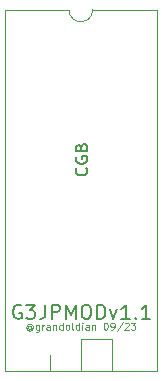
<source format=gbr>
%TF.GenerationSoftware,KiCad,Pcbnew,7.0.7*%
%TF.CreationDate,2023-09-17T10:26:07+01:00*%
%TF.ProjectId,TRSG3JPMod,54525347-334a-4504-9d6f-642e6b696361,rev?*%
%TF.SameCoordinates,Original*%
%TF.FileFunction,Legend,Top*%
%TF.FilePolarity,Positive*%
%FSLAX46Y46*%
G04 Gerber Fmt 4.6, Leading zero omitted, Abs format (unit mm)*
G04 Created by KiCad (PCBNEW 7.0.7) date 2023-09-17 10:26:07*
%MOMM*%
%LPD*%
G01*
G04 APERTURE LIST*
%ADD10C,0.200000*%
%ADD11C,0.100000*%
%ADD12C,0.150000*%
%ADD13C,0.120000*%
G04 APERTURE END LIST*
D10*
X110520863Y-80424885D02*
X110406578Y-80367742D01*
X110406578Y-80367742D02*
X110235149Y-80367742D01*
X110235149Y-80367742D02*
X110063720Y-80424885D01*
X110063720Y-80424885D02*
X109949435Y-80539171D01*
X109949435Y-80539171D02*
X109892292Y-80653457D01*
X109892292Y-80653457D02*
X109835149Y-80882028D01*
X109835149Y-80882028D02*
X109835149Y-81053457D01*
X109835149Y-81053457D02*
X109892292Y-81282028D01*
X109892292Y-81282028D02*
X109949435Y-81396314D01*
X109949435Y-81396314D02*
X110063720Y-81510600D01*
X110063720Y-81510600D02*
X110235149Y-81567742D01*
X110235149Y-81567742D02*
X110349435Y-81567742D01*
X110349435Y-81567742D02*
X110520863Y-81510600D01*
X110520863Y-81510600D02*
X110578006Y-81453457D01*
X110578006Y-81453457D02*
X110578006Y-81053457D01*
X110578006Y-81053457D02*
X110349435Y-81053457D01*
X110978006Y-80367742D02*
X111720863Y-80367742D01*
X111720863Y-80367742D02*
X111320863Y-80824885D01*
X111320863Y-80824885D02*
X111492292Y-80824885D01*
X111492292Y-80824885D02*
X111606578Y-80882028D01*
X111606578Y-80882028D02*
X111663720Y-80939171D01*
X111663720Y-80939171D02*
X111720863Y-81053457D01*
X111720863Y-81053457D02*
X111720863Y-81339171D01*
X111720863Y-81339171D02*
X111663720Y-81453457D01*
X111663720Y-81453457D02*
X111606578Y-81510600D01*
X111606578Y-81510600D02*
X111492292Y-81567742D01*
X111492292Y-81567742D02*
X111149435Y-81567742D01*
X111149435Y-81567742D02*
X111035149Y-81510600D01*
X111035149Y-81510600D02*
X110978006Y-81453457D01*
X112578006Y-80367742D02*
X112578006Y-81224885D01*
X112578006Y-81224885D02*
X112520863Y-81396314D01*
X112520863Y-81396314D02*
X112406577Y-81510600D01*
X112406577Y-81510600D02*
X112235149Y-81567742D01*
X112235149Y-81567742D02*
X112120863Y-81567742D01*
X113149435Y-81567742D02*
X113149435Y-80367742D01*
X113149435Y-80367742D02*
X113606578Y-80367742D01*
X113606578Y-80367742D02*
X113720863Y-80424885D01*
X113720863Y-80424885D02*
X113778006Y-80482028D01*
X113778006Y-80482028D02*
X113835149Y-80596314D01*
X113835149Y-80596314D02*
X113835149Y-80767742D01*
X113835149Y-80767742D02*
X113778006Y-80882028D01*
X113778006Y-80882028D02*
X113720863Y-80939171D01*
X113720863Y-80939171D02*
X113606578Y-80996314D01*
X113606578Y-80996314D02*
X113149435Y-80996314D01*
X114349435Y-81567742D02*
X114349435Y-80367742D01*
X114349435Y-80367742D02*
X114749435Y-81224885D01*
X114749435Y-81224885D02*
X115149435Y-80367742D01*
X115149435Y-80367742D02*
X115149435Y-81567742D01*
X115949435Y-80367742D02*
X116178007Y-80367742D01*
X116178007Y-80367742D02*
X116292292Y-80424885D01*
X116292292Y-80424885D02*
X116406578Y-80539171D01*
X116406578Y-80539171D02*
X116463721Y-80767742D01*
X116463721Y-80767742D02*
X116463721Y-81167742D01*
X116463721Y-81167742D02*
X116406578Y-81396314D01*
X116406578Y-81396314D02*
X116292292Y-81510600D01*
X116292292Y-81510600D02*
X116178007Y-81567742D01*
X116178007Y-81567742D02*
X115949435Y-81567742D01*
X115949435Y-81567742D02*
X115835150Y-81510600D01*
X115835150Y-81510600D02*
X115720864Y-81396314D01*
X115720864Y-81396314D02*
X115663721Y-81167742D01*
X115663721Y-81167742D02*
X115663721Y-80767742D01*
X115663721Y-80767742D02*
X115720864Y-80539171D01*
X115720864Y-80539171D02*
X115835150Y-80424885D01*
X115835150Y-80424885D02*
X115949435Y-80367742D01*
X116978007Y-81567742D02*
X116978007Y-80367742D01*
X116978007Y-80367742D02*
X117263721Y-80367742D01*
X117263721Y-80367742D02*
X117435150Y-80424885D01*
X117435150Y-80424885D02*
X117549435Y-80539171D01*
X117549435Y-80539171D02*
X117606578Y-80653457D01*
X117606578Y-80653457D02*
X117663721Y-80882028D01*
X117663721Y-80882028D02*
X117663721Y-81053457D01*
X117663721Y-81053457D02*
X117606578Y-81282028D01*
X117606578Y-81282028D02*
X117549435Y-81396314D01*
X117549435Y-81396314D02*
X117435150Y-81510600D01*
X117435150Y-81510600D02*
X117263721Y-81567742D01*
X117263721Y-81567742D02*
X116978007Y-81567742D01*
X118063721Y-80767742D02*
X118349435Y-81567742D01*
X118349435Y-81567742D02*
X118635150Y-80767742D01*
X119720864Y-81567742D02*
X119035150Y-81567742D01*
X119378007Y-81567742D02*
X119378007Y-80367742D01*
X119378007Y-80367742D02*
X119263721Y-80539171D01*
X119263721Y-80539171D02*
X119149436Y-80653457D01*
X119149436Y-80653457D02*
X119035150Y-80710600D01*
X120235150Y-81453457D02*
X120292293Y-81510600D01*
X120292293Y-81510600D02*
X120235150Y-81567742D01*
X120235150Y-81567742D02*
X120178007Y-81510600D01*
X120178007Y-81510600D02*
X120235150Y-81453457D01*
X120235150Y-81453457D02*
X120235150Y-81567742D01*
X121435150Y-81567742D02*
X120749436Y-81567742D01*
X121092293Y-81567742D02*
X121092293Y-80367742D01*
X121092293Y-80367742D02*
X120978007Y-80539171D01*
X120978007Y-80539171D02*
X120863722Y-80653457D01*
X120863722Y-80653457D02*
X120749436Y-80710600D01*
D11*
X111385713Y-82185657D02*
X111357142Y-82157085D01*
X111357142Y-82157085D02*
X111299999Y-82128514D01*
X111299999Y-82128514D02*
X111242856Y-82128514D01*
X111242856Y-82128514D02*
X111185713Y-82157085D01*
X111185713Y-82157085D02*
X111157142Y-82185657D01*
X111157142Y-82185657D02*
X111128570Y-82242800D01*
X111128570Y-82242800D02*
X111128570Y-82299942D01*
X111128570Y-82299942D02*
X111157142Y-82357085D01*
X111157142Y-82357085D02*
X111185713Y-82385657D01*
X111185713Y-82385657D02*
X111242856Y-82414228D01*
X111242856Y-82414228D02*
X111299999Y-82414228D01*
X111299999Y-82414228D02*
X111357142Y-82385657D01*
X111357142Y-82385657D02*
X111385713Y-82357085D01*
X111385713Y-82128514D02*
X111385713Y-82357085D01*
X111385713Y-82357085D02*
X111414285Y-82385657D01*
X111414285Y-82385657D02*
X111442856Y-82385657D01*
X111442856Y-82385657D02*
X111499999Y-82357085D01*
X111499999Y-82357085D02*
X111528570Y-82299942D01*
X111528570Y-82299942D02*
X111528570Y-82157085D01*
X111528570Y-82157085D02*
X111471428Y-82071371D01*
X111471428Y-82071371D02*
X111385713Y-82014228D01*
X111385713Y-82014228D02*
X111271428Y-81985657D01*
X111271428Y-81985657D02*
X111157142Y-82014228D01*
X111157142Y-82014228D02*
X111071428Y-82071371D01*
X111071428Y-82071371D02*
X111014285Y-82157085D01*
X111014285Y-82157085D02*
X110985713Y-82271371D01*
X110985713Y-82271371D02*
X111014285Y-82385657D01*
X111014285Y-82385657D02*
X111071428Y-82471371D01*
X111071428Y-82471371D02*
X111157142Y-82528514D01*
X111157142Y-82528514D02*
X111271428Y-82557085D01*
X111271428Y-82557085D02*
X111385713Y-82528514D01*
X111385713Y-82528514D02*
X111471428Y-82471371D01*
X112042857Y-82071371D02*
X112042857Y-82557085D01*
X112042857Y-82557085D02*
X112014285Y-82614228D01*
X112014285Y-82614228D02*
X111985714Y-82642800D01*
X111985714Y-82642800D02*
X111928571Y-82671371D01*
X111928571Y-82671371D02*
X111842857Y-82671371D01*
X111842857Y-82671371D02*
X111785714Y-82642800D01*
X112042857Y-82442800D02*
X111985714Y-82471371D01*
X111985714Y-82471371D02*
X111871428Y-82471371D01*
X111871428Y-82471371D02*
X111814285Y-82442800D01*
X111814285Y-82442800D02*
X111785714Y-82414228D01*
X111785714Y-82414228D02*
X111757142Y-82357085D01*
X111757142Y-82357085D02*
X111757142Y-82185657D01*
X111757142Y-82185657D02*
X111785714Y-82128514D01*
X111785714Y-82128514D02*
X111814285Y-82099942D01*
X111814285Y-82099942D02*
X111871428Y-82071371D01*
X111871428Y-82071371D02*
X111985714Y-82071371D01*
X111985714Y-82071371D02*
X112042857Y-82099942D01*
X112328571Y-82471371D02*
X112328571Y-82071371D01*
X112328571Y-82185657D02*
X112357142Y-82128514D01*
X112357142Y-82128514D02*
X112385714Y-82099942D01*
X112385714Y-82099942D02*
X112442856Y-82071371D01*
X112442856Y-82071371D02*
X112499999Y-82071371D01*
X112957143Y-82471371D02*
X112957143Y-82157085D01*
X112957143Y-82157085D02*
X112928571Y-82099942D01*
X112928571Y-82099942D02*
X112871428Y-82071371D01*
X112871428Y-82071371D02*
X112757143Y-82071371D01*
X112757143Y-82071371D02*
X112700000Y-82099942D01*
X112957143Y-82442800D02*
X112900000Y-82471371D01*
X112900000Y-82471371D02*
X112757143Y-82471371D01*
X112757143Y-82471371D02*
X112700000Y-82442800D01*
X112700000Y-82442800D02*
X112671428Y-82385657D01*
X112671428Y-82385657D02*
X112671428Y-82328514D01*
X112671428Y-82328514D02*
X112700000Y-82271371D01*
X112700000Y-82271371D02*
X112757143Y-82242800D01*
X112757143Y-82242800D02*
X112900000Y-82242800D01*
X112900000Y-82242800D02*
X112957143Y-82214228D01*
X113242857Y-82071371D02*
X113242857Y-82471371D01*
X113242857Y-82128514D02*
X113271428Y-82099942D01*
X113271428Y-82099942D02*
X113328571Y-82071371D01*
X113328571Y-82071371D02*
X113414285Y-82071371D01*
X113414285Y-82071371D02*
X113471428Y-82099942D01*
X113471428Y-82099942D02*
X113500000Y-82157085D01*
X113500000Y-82157085D02*
X113500000Y-82471371D01*
X114042857Y-82471371D02*
X114042857Y-81871371D01*
X114042857Y-82442800D02*
X113985714Y-82471371D01*
X113985714Y-82471371D02*
X113871428Y-82471371D01*
X113871428Y-82471371D02*
X113814285Y-82442800D01*
X113814285Y-82442800D02*
X113785714Y-82414228D01*
X113785714Y-82414228D02*
X113757142Y-82357085D01*
X113757142Y-82357085D02*
X113757142Y-82185657D01*
X113757142Y-82185657D02*
X113785714Y-82128514D01*
X113785714Y-82128514D02*
X113814285Y-82099942D01*
X113814285Y-82099942D02*
X113871428Y-82071371D01*
X113871428Y-82071371D02*
X113985714Y-82071371D01*
X113985714Y-82071371D02*
X114042857Y-82099942D01*
X114414285Y-82471371D02*
X114357142Y-82442800D01*
X114357142Y-82442800D02*
X114328571Y-82414228D01*
X114328571Y-82414228D02*
X114299999Y-82357085D01*
X114299999Y-82357085D02*
X114299999Y-82185657D01*
X114299999Y-82185657D02*
X114328571Y-82128514D01*
X114328571Y-82128514D02*
X114357142Y-82099942D01*
X114357142Y-82099942D02*
X114414285Y-82071371D01*
X114414285Y-82071371D02*
X114499999Y-82071371D01*
X114499999Y-82071371D02*
X114557142Y-82099942D01*
X114557142Y-82099942D02*
X114585714Y-82128514D01*
X114585714Y-82128514D02*
X114614285Y-82185657D01*
X114614285Y-82185657D02*
X114614285Y-82357085D01*
X114614285Y-82357085D02*
X114585714Y-82414228D01*
X114585714Y-82414228D02*
X114557142Y-82442800D01*
X114557142Y-82442800D02*
X114499999Y-82471371D01*
X114499999Y-82471371D02*
X114414285Y-82471371D01*
X114957142Y-82471371D02*
X114899999Y-82442800D01*
X114899999Y-82442800D02*
X114871428Y-82385657D01*
X114871428Y-82385657D02*
X114871428Y-81871371D01*
X115442857Y-82471371D02*
X115442857Y-81871371D01*
X115442857Y-82442800D02*
X115385714Y-82471371D01*
X115385714Y-82471371D02*
X115271428Y-82471371D01*
X115271428Y-82471371D02*
X115214285Y-82442800D01*
X115214285Y-82442800D02*
X115185714Y-82414228D01*
X115185714Y-82414228D02*
X115157142Y-82357085D01*
X115157142Y-82357085D02*
X115157142Y-82185657D01*
X115157142Y-82185657D02*
X115185714Y-82128514D01*
X115185714Y-82128514D02*
X115214285Y-82099942D01*
X115214285Y-82099942D02*
X115271428Y-82071371D01*
X115271428Y-82071371D02*
X115385714Y-82071371D01*
X115385714Y-82071371D02*
X115442857Y-82099942D01*
X115728571Y-82471371D02*
X115728571Y-82071371D01*
X115728571Y-81871371D02*
X115699999Y-81899942D01*
X115699999Y-81899942D02*
X115728571Y-81928514D01*
X115728571Y-81928514D02*
X115757142Y-81899942D01*
X115757142Y-81899942D02*
X115728571Y-81871371D01*
X115728571Y-81871371D02*
X115728571Y-81928514D01*
X116271428Y-82471371D02*
X116271428Y-82157085D01*
X116271428Y-82157085D02*
X116242856Y-82099942D01*
X116242856Y-82099942D02*
X116185713Y-82071371D01*
X116185713Y-82071371D02*
X116071428Y-82071371D01*
X116071428Y-82071371D02*
X116014285Y-82099942D01*
X116271428Y-82442800D02*
X116214285Y-82471371D01*
X116214285Y-82471371D02*
X116071428Y-82471371D01*
X116071428Y-82471371D02*
X116014285Y-82442800D01*
X116014285Y-82442800D02*
X115985713Y-82385657D01*
X115985713Y-82385657D02*
X115985713Y-82328514D01*
X115985713Y-82328514D02*
X116014285Y-82271371D01*
X116014285Y-82271371D02*
X116071428Y-82242800D01*
X116071428Y-82242800D02*
X116214285Y-82242800D01*
X116214285Y-82242800D02*
X116271428Y-82214228D01*
X116557142Y-82071371D02*
X116557142Y-82471371D01*
X116557142Y-82128514D02*
X116585713Y-82099942D01*
X116585713Y-82099942D02*
X116642856Y-82071371D01*
X116642856Y-82071371D02*
X116728570Y-82071371D01*
X116728570Y-82071371D02*
X116785713Y-82099942D01*
X116785713Y-82099942D02*
X116814285Y-82157085D01*
X116814285Y-82157085D02*
X116814285Y-82471371D01*
X117671427Y-81871371D02*
X117728570Y-81871371D01*
X117728570Y-81871371D02*
X117785713Y-81899942D01*
X117785713Y-81899942D02*
X117814285Y-81928514D01*
X117814285Y-81928514D02*
X117842856Y-81985657D01*
X117842856Y-81985657D02*
X117871427Y-82099942D01*
X117871427Y-82099942D02*
X117871427Y-82242800D01*
X117871427Y-82242800D02*
X117842856Y-82357085D01*
X117842856Y-82357085D02*
X117814285Y-82414228D01*
X117814285Y-82414228D02*
X117785713Y-82442800D01*
X117785713Y-82442800D02*
X117728570Y-82471371D01*
X117728570Y-82471371D02*
X117671427Y-82471371D01*
X117671427Y-82471371D02*
X117614285Y-82442800D01*
X117614285Y-82442800D02*
X117585713Y-82414228D01*
X117585713Y-82414228D02*
X117557142Y-82357085D01*
X117557142Y-82357085D02*
X117528570Y-82242800D01*
X117528570Y-82242800D02*
X117528570Y-82099942D01*
X117528570Y-82099942D02*
X117557142Y-81985657D01*
X117557142Y-81985657D02*
X117585713Y-81928514D01*
X117585713Y-81928514D02*
X117614285Y-81899942D01*
X117614285Y-81899942D02*
X117671427Y-81871371D01*
X118157142Y-82471371D02*
X118271428Y-82471371D01*
X118271428Y-82471371D02*
X118328571Y-82442800D01*
X118328571Y-82442800D02*
X118357142Y-82414228D01*
X118357142Y-82414228D02*
X118414285Y-82328514D01*
X118414285Y-82328514D02*
X118442856Y-82214228D01*
X118442856Y-82214228D02*
X118442856Y-81985657D01*
X118442856Y-81985657D02*
X118414285Y-81928514D01*
X118414285Y-81928514D02*
X118385714Y-81899942D01*
X118385714Y-81899942D02*
X118328571Y-81871371D01*
X118328571Y-81871371D02*
X118214285Y-81871371D01*
X118214285Y-81871371D02*
X118157142Y-81899942D01*
X118157142Y-81899942D02*
X118128571Y-81928514D01*
X118128571Y-81928514D02*
X118099999Y-81985657D01*
X118099999Y-81985657D02*
X118099999Y-82128514D01*
X118099999Y-82128514D02*
X118128571Y-82185657D01*
X118128571Y-82185657D02*
X118157142Y-82214228D01*
X118157142Y-82214228D02*
X118214285Y-82242800D01*
X118214285Y-82242800D02*
X118328571Y-82242800D01*
X118328571Y-82242800D02*
X118385714Y-82214228D01*
X118385714Y-82214228D02*
X118414285Y-82185657D01*
X118414285Y-82185657D02*
X118442856Y-82128514D01*
X119128571Y-81842800D02*
X118614285Y-82614228D01*
X119299999Y-81928514D02*
X119328571Y-81899942D01*
X119328571Y-81899942D02*
X119385714Y-81871371D01*
X119385714Y-81871371D02*
X119528571Y-81871371D01*
X119528571Y-81871371D02*
X119585714Y-81899942D01*
X119585714Y-81899942D02*
X119614285Y-81928514D01*
X119614285Y-81928514D02*
X119642856Y-81985657D01*
X119642856Y-81985657D02*
X119642856Y-82042800D01*
X119642856Y-82042800D02*
X119614285Y-82128514D01*
X119614285Y-82128514D02*
X119271428Y-82471371D01*
X119271428Y-82471371D02*
X119642856Y-82471371D01*
X119842857Y-81871371D02*
X120214285Y-81871371D01*
X120214285Y-81871371D02*
X120014285Y-82099942D01*
X120014285Y-82099942D02*
X120100000Y-82099942D01*
X120100000Y-82099942D02*
X120157143Y-82128514D01*
X120157143Y-82128514D02*
X120185714Y-82157085D01*
X120185714Y-82157085D02*
X120214285Y-82214228D01*
X120214285Y-82214228D02*
X120214285Y-82357085D01*
X120214285Y-82357085D02*
X120185714Y-82414228D01*
X120185714Y-82414228D02*
X120157143Y-82442800D01*
X120157143Y-82442800D02*
X120100000Y-82471371D01*
X120100000Y-82471371D02*
X119928571Y-82471371D01*
X119928571Y-82471371D02*
X119871428Y-82442800D01*
X119871428Y-82442800D02*
X119842857Y-82414228D01*
D12*
X116059580Y-68795476D02*
X116107200Y-68843095D01*
X116107200Y-68843095D02*
X116154819Y-68985952D01*
X116154819Y-68985952D02*
X116154819Y-69081190D01*
X116154819Y-69081190D02*
X116107200Y-69224047D01*
X116107200Y-69224047D02*
X116011961Y-69319285D01*
X116011961Y-69319285D02*
X115916723Y-69366904D01*
X115916723Y-69366904D02*
X115726247Y-69414523D01*
X115726247Y-69414523D02*
X115583390Y-69414523D01*
X115583390Y-69414523D02*
X115392914Y-69366904D01*
X115392914Y-69366904D02*
X115297676Y-69319285D01*
X115297676Y-69319285D02*
X115202438Y-69224047D01*
X115202438Y-69224047D02*
X115154819Y-69081190D01*
X115154819Y-69081190D02*
X115154819Y-68985952D01*
X115154819Y-68985952D02*
X115202438Y-68843095D01*
X115202438Y-68843095D02*
X115250057Y-68795476D01*
X115202438Y-67843095D02*
X115154819Y-67938333D01*
X115154819Y-67938333D02*
X115154819Y-68081190D01*
X115154819Y-68081190D02*
X115202438Y-68224047D01*
X115202438Y-68224047D02*
X115297676Y-68319285D01*
X115297676Y-68319285D02*
X115392914Y-68366904D01*
X115392914Y-68366904D02*
X115583390Y-68414523D01*
X115583390Y-68414523D02*
X115726247Y-68414523D01*
X115726247Y-68414523D02*
X115916723Y-68366904D01*
X115916723Y-68366904D02*
X116011961Y-68319285D01*
X116011961Y-68319285D02*
X116107200Y-68224047D01*
X116107200Y-68224047D02*
X116154819Y-68081190D01*
X116154819Y-68081190D02*
X116154819Y-67985952D01*
X116154819Y-67985952D02*
X116107200Y-67843095D01*
X116107200Y-67843095D02*
X116059580Y-67795476D01*
X116059580Y-67795476D02*
X115726247Y-67795476D01*
X115726247Y-67795476D02*
X115726247Y-67985952D01*
X115631009Y-67033571D02*
X115678628Y-66890714D01*
X115678628Y-66890714D02*
X115726247Y-66843095D01*
X115726247Y-66843095D02*
X115821485Y-66795476D01*
X115821485Y-66795476D02*
X115964342Y-66795476D01*
X115964342Y-66795476D02*
X116059580Y-66843095D01*
X116059580Y-66843095D02*
X116107200Y-66890714D01*
X116107200Y-66890714D02*
X116154819Y-66985952D01*
X116154819Y-66985952D02*
X116154819Y-67366904D01*
X116154819Y-67366904D02*
X115154819Y-67366904D01*
X115154819Y-67366904D02*
X115154819Y-67033571D01*
X115154819Y-67033571D02*
X115202438Y-66938333D01*
X115202438Y-66938333D02*
X115250057Y-66890714D01*
X115250057Y-66890714D02*
X115345295Y-66843095D01*
X115345295Y-66843095D02*
X115440533Y-66843095D01*
X115440533Y-66843095D02*
X115535771Y-66890714D01*
X115535771Y-66890714D02*
X115583390Y-66938333D01*
X115583390Y-66938333D02*
X115631009Y-67033571D01*
X115631009Y-67033571D02*
X115631009Y-67366904D01*
D13*
%TO.C,J2*%
X112995000Y-85955000D02*
X112995000Y-84625000D01*
X114325000Y-85955000D02*
X112995000Y-85955000D01*
X115595000Y-85955000D02*
X118195000Y-85955000D01*
X115595000Y-85955000D02*
X115595000Y-83295000D01*
X118195000Y-85955000D02*
X118195000Y-83295000D01*
X115595000Y-83295000D02*
X118195000Y-83295000D01*
%TO.C,U1*%
X109135000Y-55395000D02*
X109135000Y-85995000D01*
X109135000Y-85995000D02*
X122055000Y-85995000D01*
X114595000Y-55395000D02*
X109135000Y-55395000D01*
X122055000Y-55395000D02*
X116595000Y-55395000D01*
X122055000Y-85995000D02*
X122055000Y-55395000D01*
X114595000Y-55395000D02*
G75*
G03*
X116595000Y-55395000I1000000J0D01*
G01*
%TD*%
M02*

</source>
